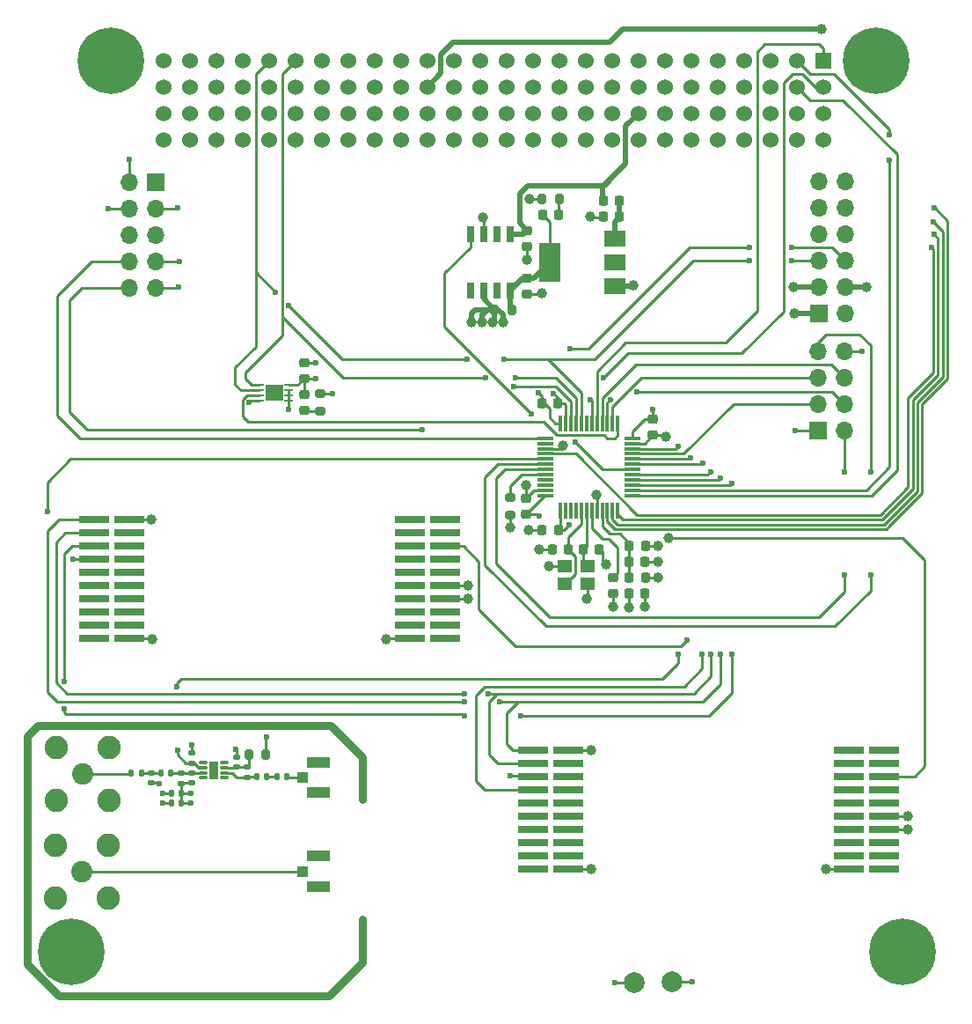
<source format=gtl>
G04 #@! TF.GenerationSoftware,KiCad,Pcbnew,(6.0.7-1)-1*
G04 #@! TF.CreationDate,2023-01-03T11:55:48-05:00*
G04 #@! TF.ProjectId,comm-rfb,636f6d6d-2d72-4666-922e-6b696361645f,rev?*
G04 #@! TF.SameCoordinates,Original*
G04 #@! TF.FileFunction,Copper,L1,Top*
G04 #@! TF.FilePolarity,Positive*
%FSLAX46Y46*%
G04 Gerber Fmt 4.6, Leading zero omitted, Abs format (unit mm)*
G04 Created by KiCad (PCBNEW (6.0.7-1)-1) date 2023-01-03 11:55:48*
%MOMM*%
%LPD*%
G01*
G04 APERTURE LIST*
G04 Aperture macros list*
%AMRoundRect*
0 Rectangle with rounded corners*
0 $1 Rounding radius*
0 $2 $3 $4 $5 $6 $7 $8 $9 X,Y pos of 4 corners*
0 Add a 4 corners polygon primitive as box body*
4,1,4,$2,$3,$4,$5,$6,$7,$8,$9,$2,$3,0*
0 Add four circle primitives for the rounded corners*
1,1,$1+$1,$2,$3*
1,1,$1+$1,$4,$5*
1,1,$1+$1,$6,$7*
1,1,$1+$1,$8,$9*
0 Add four rect primitives between the rounded corners*
20,1,$1+$1,$2,$3,$4,$5,0*
20,1,$1+$1,$4,$5,$6,$7,0*
20,1,$1+$1,$6,$7,$8,$9,0*
20,1,$1+$1,$8,$9,$2,$3,0*%
G04 Aperture macros list end*
G04 #@! TA.AperFunction,SMDPad,CuDef*
%ADD10RoundRect,0.140000X0.170000X-0.140000X0.170000X0.140000X-0.170000X0.140000X-0.170000X-0.140000X0*%
G04 #@! TD*
G04 #@! TA.AperFunction,ConnectorPad*
%ADD11C,6.400000*%
G04 #@! TD*
G04 #@! TA.AperFunction,ComponentPad*
%ADD12C,3.600000*%
G04 #@! TD*
G04 #@! TA.AperFunction,SMDPad,CuDef*
%ADD13RoundRect,0.140000X-0.170000X0.140000X-0.170000X-0.140000X0.170000X-0.140000X0.170000X0.140000X0*%
G04 #@! TD*
G04 #@! TA.AperFunction,SMDPad,CuDef*
%ADD14RoundRect,0.225000X0.250000X-0.225000X0.250000X0.225000X-0.250000X0.225000X-0.250000X-0.225000X0*%
G04 #@! TD*
G04 #@! TA.AperFunction,SMDPad,CuDef*
%ADD15RoundRect,0.225000X-0.250000X0.225000X-0.250000X-0.225000X0.250000X-0.225000X0.250000X0.225000X0*%
G04 #@! TD*
G04 #@! TA.AperFunction,SMDPad,CuDef*
%ADD16R,2.920000X0.740000*%
G04 #@! TD*
G04 #@! TA.AperFunction,SMDPad,CuDef*
%ADD17RoundRect,0.225000X-0.225000X-0.250000X0.225000X-0.250000X0.225000X0.250000X-0.225000X0.250000X0*%
G04 #@! TD*
G04 #@! TA.AperFunction,SMDPad,CuDef*
%ADD18RoundRect,0.147500X0.172500X-0.147500X0.172500X0.147500X-0.172500X0.147500X-0.172500X-0.147500X0*%
G04 #@! TD*
G04 #@! TA.AperFunction,SMDPad,CuDef*
%ADD19RoundRect,0.225000X0.225000X0.250000X-0.225000X0.250000X-0.225000X-0.250000X0.225000X-0.250000X0*%
G04 #@! TD*
G04 #@! TA.AperFunction,SMDPad,CuDef*
%ADD20RoundRect,0.135000X0.185000X-0.135000X0.185000X0.135000X-0.185000X0.135000X-0.185000X-0.135000X0*%
G04 #@! TD*
G04 #@! TA.AperFunction,SMDPad,CuDef*
%ADD21RoundRect,0.140000X0.140000X0.170000X-0.140000X0.170000X-0.140000X-0.170000X0.140000X-0.170000X0*%
G04 #@! TD*
G04 #@! TA.AperFunction,ComponentPad*
%ADD22C,2.050000*%
G04 #@! TD*
G04 #@! TA.AperFunction,ComponentPad*
%ADD23C,2.250000*%
G04 #@! TD*
G04 #@! TA.AperFunction,SMDPad,CuDef*
%ADD24C,2.000000*%
G04 #@! TD*
G04 #@! TA.AperFunction,SMDPad,CuDef*
%ADD25RoundRect,0.218750X0.218750X0.256250X-0.218750X0.256250X-0.218750X-0.256250X0.218750X-0.256250X0*%
G04 #@! TD*
G04 #@! TA.AperFunction,SMDPad,CuDef*
%ADD26R,0.812800X0.254000*%
G04 #@! TD*
G04 #@! TA.AperFunction,SMDPad,CuDef*
%ADD27R,1.752600X1.549400*%
G04 #@! TD*
G04 #@! TA.AperFunction,SMDPad,CuDef*
%ADD28RoundRect,0.200000X0.200000X0.275000X-0.200000X0.275000X-0.200000X-0.275000X0.200000X-0.275000X0*%
G04 #@! TD*
G04 #@! TA.AperFunction,SMDPad,CuDef*
%ADD29R,0.650000X1.525000*%
G04 #@! TD*
G04 #@! TA.AperFunction,SMDPad,CuDef*
%ADD30R,1.400000X1.200000*%
G04 #@! TD*
G04 #@! TA.AperFunction,SMDPad,CuDef*
%ADD31R,1.050000X1.000000*%
G04 #@! TD*
G04 #@! TA.AperFunction,SMDPad,CuDef*
%ADD32R,2.200000X1.050000*%
G04 #@! TD*
G04 #@! TA.AperFunction,SMDPad,CuDef*
%ADD33RoundRect,0.218750X-0.218750X-0.256250X0.218750X-0.256250X0.218750X0.256250X-0.218750X0.256250X0*%
G04 #@! TD*
G04 #@! TA.AperFunction,SMDPad,CuDef*
%ADD34RoundRect,0.200000X-0.275000X0.200000X-0.275000X-0.200000X0.275000X-0.200000X0.275000X0.200000X0*%
G04 #@! TD*
G04 #@! TA.AperFunction,SMDPad,CuDef*
%ADD35RoundRect,0.135000X0.135000X0.185000X-0.135000X0.185000X-0.135000X-0.185000X0.135000X-0.185000X0*%
G04 #@! TD*
G04 #@! TA.AperFunction,ComponentPad*
%ADD36R,1.524000X1.524000*%
G04 #@! TD*
G04 #@! TA.AperFunction,ComponentPad*
%ADD37C,1.524000*%
G04 #@! TD*
G04 #@! TA.AperFunction,ComponentPad*
%ADD38R,1.700000X1.700000*%
G04 #@! TD*
G04 #@! TA.AperFunction,ComponentPad*
%ADD39O,1.700000X1.700000*%
G04 #@! TD*
G04 #@! TA.AperFunction,SMDPad,CuDef*
%ADD40RoundRect,0.147500X0.147500X0.172500X-0.147500X0.172500X-0.147500X-0.172500X0.147500X-0.172500X0*%
G04 #@! TD*
G04 #@! TA.AperFunction,SMDPad,CuDef*
%ADD41RoundRect,0.033000X0.117000X-0.747000X0.117000X0.747000X-0.117000X0.747000X-0.117000X-0.747000X0*%
G04 #@! TD*
G04 #@! TA.AperFunction,SMDPad,CuDef*
%ADD42RoundRect,0.033000X0.747000X0.117000X-0.747000X0.117000X-0.747000X-0.117000X0.747000X-0.117000X0*%
G04 #@! TD*
G04 #@! TA.AperFunction,SMDPad,CuDef*
%ADD43RoundRect,0.033000X-0.117000X0.747000X-0.117000X-0.747000X0.117000X-0.747000X0.117000X0.747000X0*%
G04 #@! TD*
G04 #@! TA.AperFunction,SMDPad,CuDef*
%ADD44RoundRect,0.033000X-0.747000X-0.117000X0.747000X-0.117000X0.747000X0.117000X-0.747000X0.117000X0*%
G04 #@! TD*
G04 #@! TA.AperFunction,SMDPad,CuDef*
%ADD45RoundRect,0.200000X0.275000X-0.200000X0.275000X0.200000X-0.275000X0.200000X-0.275000X-0.200000X0*%
G04 #@! TD*
G04 #@! TA.AperFunction,SMDPad,CuDef*
%ADD46R,2.000000X1.500000*%
G04 #@! TD*
G04 #@! TA.AperFunction,SMDPad,CuDef*
%ADD47R,2.000000X3.800000*%
G04 #@! TD*
G04 #@! TA.AperFunction,SMDPad,CuDef*
%ADD48RoundRect,0.007800X0.347200X0.122200X-0.347200X0.122200X-0.347200X-0.122200X0.347200X-0.122200X0*%
G04 #@! TD*
G04 #@! TA.AperFunction,SMDPad,CuDef*
%ADD49RoundRect,0.007800X-0.347200X-0.122200X0.347200X-0.122200X0.347200X0.122200X-0.347200X0.122200X0*%
G04 #@! TD*
G04 #@! TA.AperFunction,SMDPad,CuDef*
%ADD50R,0.900000X1.700000*%
G04 #@! TD*
G04 #@! TA.AperFunction,SMDPad,CuDef*
%ADD51RoundRect,0.200000X-0.200000X-0.275000X0.200000X-0.275000X0.200000X0.275000X-0.200000X0.275000X0*%
G04 #@! TD*
G04 #@! TA.AperFunction,SMDPad,CuDef*
%ADD52RoundRect,0.218750X-0.256250X0.218750X-0.256250X-0.218750X0.256250X-0.218750X0.256250X0.218750X0*%
G04 #@! TD*
G04 #@! TA.AperFunction,ViaPad*
%ADD53C,0.600000*%
G04 #@! TD*
G04 #@! TA.AperFunction,ViaPad*
%ADD54C,1.000000*%
G04 #@! TD*
G04 #@! TA.AperFunction,Conductor*
%ADD55C,0.254000*%
G04 #@! TD*
G04 #@! TA.AperFunction,Conductor*
%ADD56C,0.250000*%
G04 #@! TD*
G04 #@! TA.AperFunction,Conductor*
%ADD57C,0.293370*%
G04 #@! TD*
G04 #@! TA.AperFunction,Conductor*
%ADD58C,0.762000*%
G04 #@! TD*
G04 #@! TA.AperFunction,Conductor*
%ADD59C,0.508000*%
G04 #@! TD*
G04 APERTURE END LIST*
D10*
X125907800Y-119631400D03*
X125907800Y-118671400D03*
D11*
X191770000Y-52070000D03*
D12*
X191770000Y-52070000D03*
D13*
X122021600Y-120576400D03*
X122021600Y-121536400D03*
D14*
X136728200Y-82639200D03*
X136728200Y-81089200D03*
D10*
X130225800Y-119987000D03*
X130225800Y-119027000D03*
D15*
X158190800Y-72961200D03*
X158190800Y-74511200D03*
D16*
X162204400Y-129794000D03*
X158774400Y-129794000D03*
X162204400Y-128524000D03*
X158774400Y-128524000D03*
X162204400Y-127254000D03*
X158774400Y-127254000D03*
X162204400Y-125984000D03*
X158774400Y-125984000D03*
X162204400Y-124714000D03*
X158774400Y-124714000D03*
X162204400Y-123444000D03*
X158774400Y-123444000D03*
X162204400Y-122174000D03*
X158774400Y-122174000D03*
X162204400Y-120904000D03*
X158774400Y-120904000D03*
X162204400Y-119634000D03*
X158774400Y-119634000D03*
X162204400Y-118364000D03*
X158774400Y-118364000D03*
D17*
X163613800Y-99110800D03*
X165163800Y-99110800D03*
D12*
X118110000Y-52070000D03*
D11*
X118110000Y-52070000D03*
D18*
X125907800Y-121541400D03*
X125907800Y-120571400D03*
D19*
X161201400Y-97231200D03*
X159651400Y-97231200D03*
X162166600Y-99110800D03*
X160616600Y-99110800D03*
D11*
X114300000Y-137795000D03*
D12*
X114300000Y-137795000D03*
D19*
X167094200Y-67056000D03*
X165544200Y-67056000D03*
D20*
X124891800Y-121566400D03*
X124891800Y-120546400D03*
D14*
X158089600Y-95720200D03*
X158089600Y-94170200D03*
D17*
X168046400Y-98755200D03*
X169596400Y-98755200D03*
D21*
X123924000Y-120599200D03*
X122964000Y-120599200D03*
D22*
X115366800Y-130048000D03*
D23*
X117906800Y-127508000D03*
X117906800Y-132588000D03*
X112826800Y-127508000D03*
X112826800Y-132588000D03*
D24*
X172161200Y-140665200D03*
D25*
X161264300Y-66878200D03*
X159689300Y-66878200D03*
D17*
X159600600Y-85039200D03*
X161150600Y-85039200D03*
X168020900Y-100279200D03*
X169570900Y-100279200D03*
D24*
X168554400Y-140716000D03*
D26*
X132461000Y-83273199D03*
X132461000Y-83773200D03*
X132461000Y-84273200D03*
X132461000Y-84773201D03*
X135255000Y-84773201D03*
X135255000Y-84273200D03*
X135255000Y-83773200D03*
X135255000Y-83273199D03*
D27*
X133858000Y-84023200D03*
D28*
X133084800Y-118770400D03*
X131434800Y-118770400D03*
D29*
X156539800Y-68738200D03*
X155269800Y-68738200D03*
X153999800Y-68738200D03*
X152729800Y-68738200D03*
X152729800Y-74162200D03*
X153999800Y-74162200D03*
X155269800Y-74162200D03*
X156539800Y-74162200D03*
D19*
X169570900Y-103327200D03*
X168020900Y-103327200D03*
D28*
X156729800Y-76022200D03*
X155079800Y-76022200D03*
D30*
X164015600Y-100699200D03*
X161815600Y-100699200D03*
X161815600Y-102399200D03*
X164015600Y-102399200D03*
D21*
X124914600Y-122504200D03*
X123954600Y-122504200D03*
D31*
X136594600Y-121005600D03*
D32*
X138119600Y-119530600D03*
X138119600Y-122480600D03*
D33*
X168008400Y-101803200D03*
X169583400Y-101803200D03*
D34*
X156565600Y-94120200D03*
X156565600Y-95770200D03*
D22*
X115417600Y-120650000D03*
D23*
X117957600Y-118110000D03*
X112877600Y-118110000D03*
X117957600Y-123190000D03*
X112877600Y-123190000D03*
D35*
X121083800Y-120624600D03*
X120063800Y-120624600D03*
D25*
X167106300Y-65532000D03*
X165531300Y-65532000D03*
D36*
X186690000Y-52070000D03*
D37*
X186690000Y-54610000D03*
X184150000Y-52070000D03*
X184150000Y-54610000D03*
X181610000Y-52070000D03*
X181610000Y-54610000D03*
X179070000Y-52070000D03*
X179070000Y-54610000D03*
X176530000Y-52070000D03*
X176530000Y-54610000D03*
X173990000Y-52070000D03*
X173990000Y-54610000D03*
X171450000Y-52070000D03*
X171450000Y-54610000D03*
X168910000Y-52070000D03*
X168910000Y-54610000D03*
X166370000Y-52070000D03*
X166370000Y-54610000D03*
X163830000Y-52070000D03*
X163830000Y-54610000D03*
X161290000Y-52070000D03*
X161290000Y-54610000D03*
X158750000Y-52070000D03*
X158750000Y-54610000D03*
X156210000Y-52070000D03*
X156210000Y-54610000D03*
X153670000Y-52070000D03*
X153670000Y-54610000D03*
X151130000Y-52070000D03*
X151130000Y-54610000D03*
X148590000Y-52070000D03*
X148590000Y-54610000D03*
X146050000Y-52070000D03*
X146050000Y-54610000D03*
X143510000Y-52070000D03*
X143510000Y-54610000D03*
X140970000Y-52070000D03*
X140970000Y-54610000D03*
X138430000Y-52070000D03*
X138430000Y-54610000D03*
X135890000Y-52070000D03*
X135890000Y-54610000D03*
X133350000Y-52070000D03*
X133350000Y-54610000D03*
X130810000Y-52070000D03*
X130810000Y-54610000D03*
X128270000Y-52070000D03*
X128270000Y-54610000D03*
X125730000Y-52070000D03*
X125730000Y-54610000D03*
X123190000Y-52070000D03*
X123190000Y-54610000D03*
X186690000Y-57150000D03*
X186690000Y-59690000D03*
X184150000Y-57150000D03*
X184150000Y-59690000D03*
X181610000Y-57150000D03*
X181610000Y-59690000D03*
X179070000Y-57150000D03*
X179070000Y-59690000D03*
X176530000Y-57150000D03*
X176530000Y-59690000D03*
X173990000Y-57150000D03*
X173990000Y-59690000D03*
X171450000Y-57150000D03*
X171450000Y-59690000D03*
X168910000Y-57150000D03*
X168910000Y-59690000D03*
X166370000Y-57150000D03*
X166370000Y-59690000D03*
X163830000Y-57150000D03*
X163830000Y-59690000D03*
X161290000Y-57150000D03*
X161290000Y-59690000D03*
X158750000Y-57150000D03*
X158750000Y-59690000D03*
X156210000Y-57150000D03*
X156210000Y-59690000D03*
X153670000Y-57150000D03*
X153670000Y-59690000D03*
X151130000Y-57150000D03*
X151130000Y-59690000D03*
X148590000Y-57150000D03*
X148590000Y-59690000D03*
X146050000Y-57150000D03*
X146050000Y-59690000D03*
X143510000Y-57150000D03*
X143510000Y-59690000D03*
X140970000Y-57150000D03*
X140970000Y-59690000D03*
X138430000Y-57150000D03*
X138430000Y-59690000D03*
X135890000Y-57150000D03*
X135890000Y-59690000D03*
X133350000Y-57150000D03*
X133350000Y-59690000D03*
X130810000Y-57150000D03*
X130810000Y-59690000D03*
X128270000Y-57150000D03*
X128270000Y-59690000D03*
X125730000Y-57150000D03*
X125730000Y-59690000D03*
X123190000Y-57150000D03*
X123190000Y-59690000D03*
D15*
X166522400Y-101790200D03*
X166522400Y-103340200D03*
D21*
X133146600Y-120954800D03*
X132186600Y-120954800D03*
D16*
X119926600Y-107670600D03*
X116496600Y-107670600D03*
X119926600Y-106400600D03*
X116496600Y-106400600D03*
X119926600Y-105130600D03*
X116496600Y-105130600D03*
X119926600Y-103860600D03*
X116496600Y-103860600D03*
X119926600Y-102590600D03*
X116496600Y-102590600D03*
X119926600Y-101320600D03*
X116496600Y-101320600D03*
X119926600Y-100050600D03*
X116496600Y-100050600D03*
X119926600Y-98780600D03*
X116496600Y-98780600D03*
X119926600Y-97510600D03*
X116496600Y-97510600D03*
X119926600Y-96240600D03*
X116496600Y-96240600D03*
D38*
X186232800Y-87620000D03*
D39*
X188772800Y-87620000D03*
X186232800Y-85080000D03*
X188772800Y-85080000D03*
X186232800Y-82540000D03*
X188772800Y-82540000D03*
X186232800Y-80000000D03*
X188772800Y-80000000D03*
D31*
X136589600Y-130048000D03*
D32*
X138114600Y-128573000D03*
X138114600Y-131523000D03*
D16*
X150330400Y-107670600D03*
X146900400Y-107670600D03*
X150330400Y-106400600D03*
X146900400Y-106400600D03*
X150330400Y-105130600D03*
X146900400Y-105130600D03*
X150330400Y-103860600D03*
X146900400Y-103860600D03*
X150330400Y-102590600D03*
X146900400Y-102590600D03*
X150330400Y-101320600D03*
X146900400Y-101320600D03*
X150330400Y-100050600D03*
X146900400Y-100050600D03*
X150330400Y-98780600D03*
X146900400Y-98780600D03*
X150330400Y-97510600D03*
X146900400Y-97510600D03*
X150330400Y-96240600D03*
X146900400Y-96240600D03*
D40*
X135082000Y-120954800D03*
X134112000Y-120954800D03*
D41*
X161435600Y-95315200D03*
X161935600Y-95315200D03*
X162435600Y-95315200D03*
X162935600Y-95315200D03*
X163435600Y-95315200D03*
X163935600Y-95315200D03*
X164435600Y-95315200D03*
X164935600Y-95315200D03*
X165435600Y-95315200D03*
X165935600Y-95315200D03*
X166435600Y-95315200D03*
X166935600Y-95315200D03*
D42*
X168365600Y-93885200D03*
X168365600Y-93385200D03*
X168365600Y-92885200D03*
X168365600Y-92385200D03*
X168365600Y-91885200D03*
X168365600Y-91385200D03*
X168365600Y-90885200D03*
X168365600Y-90385200D03*
X168365600Y-89885200D03*
X168365600Y-89385200D03*
X168365600Y-88885200D03*
X168365600Y-88385200D03*
D43*
X166935600Y-86955200D03*
X166435600Y-86955200D03*
X165935600Y-86955200D03*
X165435600Y-86955200D03*
X164935600Y-86955200D03*
X164435600Y-86955200D03*
X163935600Y-86955200D03*
X163435600Y-86955200D03*
X162935600Y-86955200D03*
X162435600Y-86955200D03*
X161935600Y-86955200D03*
X161435600Y-86955200D03*
D44*
X160005600Y-88385200D03*
X160005600Y-88885200D03*
X160005600Y-89385200D03*
X160005600Y-89885200D03*
X160005600Y-90385200D03*
X160005600Y-90885200D03*
X160005600Y-91385200D03*
X160005600Y-91885200D03*
X160005600Y-92385200D03*
X160005600Y-92885200D03*
X160005600Y-93385200D03*
X160005600Y-93885200D03*
D12*
X194310000Y-137795000D03*
D11*
X194310000Y-137795000D03*
D15*
X158190800Y-68389200D03*
X158190800Y-69939200D03*
D45*
X138277600Y-85762600D03*
X138277600Y-84112600D03*
D38*
X122465000Y-63734000D03*
D39*
X119925000Y-63734000D03*
X122465000Y-66274000D03*
X119925000Y-66274000D03*
X122465000Y-68814000D03*
X119925000Y-68814000D03*
X122465000Y-71354000D03*
X119925000Y-71354000D03*
X122465000Y-73894000D03*
X119925000Y-73894000D03*
D46*
X166674800Y-73750200D03*
D47*
X160374800Y-71450200D03*
D46*
X166674800Y-71450200D03*
X166674800Y-69150200D03*
D38*
X186272000Y-76378200D03*
D39*
X188812000Y-76378200D03*
X186272000Y-73838200D03*
X188812000Y-73838200D03*
X186272000Y-71298200D03*
X188812000Y-71298200D03*
X186272000Y-68758200D03*
X188812000Y-68758200D03*
X186272000Y-66218200D03*
X188812000Y-66218200D03*
X186272000Y-63678200D03*
X188812000Y-63678200D03*
D16*
X192605000Y-129794000D03*
X189175000Y-129794000D03*
X192605000Y-128524000D03*
X189175000Y-128524000D03*
X192605000Y-127254000D03*
X189175000Y-127254000D03*
X192605000Y-125984000D03*
X189175000Y-125984000D03*
X192605000Y-124714000D03*
X189175000Y-124714000D03*
X192605000Y-123444000D03*
X189175000Y-123444000D03*
X192605000Y-122174000D03*
X189175000Y-122174000D03*
X192605000Y-120904000D03*
X189175000Y-120904000D03*
X192605000Y-119634000D03*
X189175000Y-119634000D03*
X192605000Y-118364000D03*
X189175000Y-118364000D03*
D21*
X124914600Y-123494800D03*
X123954600Y-123494800D03*
D48*
X129071800Y-121044400D03*
X129071800Y-120544400D03*
X129071800Y-120044400D03*
X129071800Y-119544400D03*
D49*
X127061800Y-119544400D03*
X127061800Y-120044400D03*
X127061800Y-120544400D03*
X127061800Y-121044400D03*
D50*
X128066800Y-120294400D03*
D51*
X159651800Y-65354200D03*
X161301800Y-65354200D03*
D52*
X136728200Y-84150100D03*
X136728200Y-85725100D03*
D18*
X131241800Y-120982600D03*
X131241800Y-120012600D03*
D15*
X170281600Y-86550200D03*
X170281600Y-88100200D03*
D53*
X162255200Y-96723200D03*
X159385000Y-95859600D03*
X159308800Y-84028897D03*
X139496800Y-84124800D03*
X142392400Y-123164600D03*
X142341600Y-138582400D03*
X124663200Y-73863200D03*
D54*
X164388800Y-118364000D03*
D53*
X113309400Y-141986000D03*
X139293600Y-115976400D03*
D54*
X153974800Y-67157600D03*
X163982400Y-103784400D03*
D53*
X124612400Y-66243200D03*
D54*
X164287200Y-67106800D03*
D53*
X110083600Y-138785600D03*
D54*
X183845200Y-73863200D03*
D53*
X133858000Y-84023200D03*
D54*
X159664400Y-74472800D03*
D53*
X135280400Y-85648800D03*
D54*
X159359600Y-99110800D03*
D53*
X110083600Y-129514600D03*
X129489200Y-141986000D03*
X140779500Y-117462300D03*
X138963400Y-141986000D03*
X125909800Y-117906800D03*
D54*
X166522400Y-104597200D03*
D53*
X140843000Y-140284200D03*
X110083600Y-124460000D03*
D54*
X158394400Y-97231200D03*
X156565600Y-96926400D03*
D53*
X184048400Y-87630000D03*
X132130800Y-115976400D03*
X119329200Y-141986000D03*
X119938800Y-61569600D03*
X121920000Y-115976400D03*
D54*
X171551600Y-88239600D03*
D53*
X123139200Y-122529600D03*
D54*
X170840400Y-98755200D03*
D53*
X137871200Y-81127600D03*
X134569200Y-141986000D03*
X123139200Y-123494800D03*
D54*
X122123200Y-107696000D03*
X158191200Y-71221600D03*
X122072400Y-96215200D03*
X158445200Y-65379600D03*
D53*
X142392400Y-121081800D03*
X174142400Y-140665200D03*
X131470400Y-84937600D03*
X110083600Y-134645400D03*
X142367000Y-119049800D03*
X160748246Y-84062651D03*
D54*
X168452800Y-73710800D03*
X160274000Y-100685600D03*
D53*
X122834400Y-121564400D03*
D54*
X164896800Y-93827600D03*
X168046400Y-104648000D03*
X165773400Y-100479800D03*
D53*
X116814600Y-115976400D03*
X142341600Y-136499600D03*
X111302800Y-115976400D03*
D54*
X144678400Y-107696000D03*
D53*
X142341600Y-134645400D03*
D54*
X190855600Y-73863200D03*
X158089600Y-92913200D03*
X170840400Y-100279200D03*
D53*
X130126200Y-118262400D03*
D54*
X164388800Y-129794000D03*
D53*
X127025400Y-115976400D03*
X110083600Y-117246400D03*
D54*
X186944000Y-129794000D03*
D53*
X137160000Y-115976400D03*
X124460000Y-141986000D03*
X110083600Y-119329200D03*
X183642000Y-71272400D03*
X133993500Y-74345800D03*
X156006800Y-80772000D03*
X135246500Y-75590400D03*
X152450800Y-80772000D03*
X179578000Y-71272400D03*
X172720000Y-89204800D03*
X124510800Y-112301900D03*
X172720000Y-109169200D03*
X124538200Y-118364000D03*
D54*
X153873200Y-77266800D03*
X170789600Y-101803200D03*
X152501600Y-102565200D03*
X183896000Y-76352400D03*
X194868800Y-124714000D03*
X194868800Y-126034800D03*
D53*
X124714000Y-71374000D03*
X133096000Y-117144800D03*
D54*
X154889200Y-77266800D03*
X169570400Y-104597200D03*
D53*
X117906800Y-66294000D03*
X166624000Y-140716000D03*
D54*
X155905200Y-77266800D03*
D53*
X137871200Y-82651600D03*
X170281600Y-85648800D03*
X125831600Y-123494800D03*
D54*
X152857200Y-77266800D03*
D53*
X125831600Y-122529600D03*
X190449200Y-80010000D03*
D54*
X152501600Y-103835200D03*
D53*
X164309100Y-84683600D03*
X165562100Y-82600800D03*
X193090800Y-61671200D03*
X193090800Y-59232800D03*
D54*
X186589111Y-49072800D03*
D53*
X175056800Y-109169200D03*
X175157647Y-90757947D03*
X156616400Y-120853200D03*
X177901600Y-109169200D03*
X113690400Y-114367700D03*
X152146000Y-115062000D03*
X113690400Y-111760000D03*
X177901600Y-92758700D03*
X157581600Y-115062000D03*
X175869600Y-109169200D03*
X154432000Y-112928400D03*
X175869600Y-91592400D03*
X152146000Y-112928400D03*
X152146000Y-113741200D03*
X155549600Y-113741200D03*
X176834800Y-92260700D03*
X176834800Y-109169200D03*
D54*
X171805600Y-97952900D03*
X161696400Y-89058700D03*
D53*
X114503200Y-100025200D03*
X112064800Y-95453200D03*
X173929932Y-90258700D03*
X173634400Y-107797600D03*
X158648400Y-86055200D03*
X162814000Y-88747600D03*
X179578000Y-70053200D03*
X157073600Y-82550000D03*
X154228800Y-82550000D03*
X183642000Y-70053200D03*
X162306000Y-79806800D03*
X188772800Y-91643200D03*
X188772800Y-101498400D03*
X166218236Y-84660559D03*
X168743403Y-83907403D03*
X191262000Y-101498400D03*
X191262000Y-91643200D03*
X197307200Y-67564000D03*
X197408800Y-66192400D03*
X197144300Y-70002400D03*
X197358000Y-68783200D03*
X156881603Y-83402397D03*
X148082000Y-87579200D03*
D55*
X133993500Y-74345800D02*
X133985000Y-74345800D01*
X133985000Y-74345800D02*
X132080000Y-72440800D01*
D56*
X163435600Y-95315200D02*
X163435600Y-96635000D01*
X163435600Y-96635000D02*
X162166600Y-97904000D01*
X162166600Y-97904000D02*
X162166600Y-99110800D01*
D55*
X161747200Y-97231200D02*
X162255200Y-96723200D01*
X161201400Y-97231200D02*
X161747200Y-97231200D01*
X159245600Y-95720200D02*
X159385000Y-95859600D01*
X158089600Y-95720200D02*
X159245600Y-95720200D01*
X159600600Y-84320697D02*
X159308800Y-84028897D01*
X159600600Y-85039200D02*
X159600600Y-84320697D01*
D57*
X134112000Y-120954800D02*
X133146600Y-120954800D01*
X135132800Y-121005600D02*
X135082000Y-120954800D01*
X136594600Y-121005600D02*
X135132800Y-121005600D01*
X130223123Y-120982600D02*
X131241800Y-120982600D01*
X132186600Y-120954800D02*
X131269600Y-120954800D01*
X129071800Y-120544400D02*
X129784923Y-120544400D01*
X131269600Y-120954800D02*
X131241800Y-120982600D01*
X129784923Y-120544400D02*
X130223123Y-120982600D01*
X131434800Y-119819600D02*
X131241800Y-120012600D01*
X130225800Y-119987000D02*
X130168400Y-120044400D01*
X130168400Y-120044400D02*
X129071800Y-120044400D01*
X131241800Y-120012600D02*
X130251400Y-120012600D01*
X130251400Y-120012600D02*
X130225800Y-119987000D01*
X131434800Y-118770400D02*
X131434800Y-119819600D01*
D58*
X116814600Y-115976400D02*
X121920000Y-115976400D01*
X113143858Y-141986000D02*
X110083600Y-138925742D01*
D57*
X122021600Y-121536400D02*
X122806400Y-121536400D01*
D58*
X121920000Y-115976400D02*
X127025400Y-115976400D01*
D55*
X144703800Y-107670600D02*
X144678400Y-107696000D01*
X172161200Y-140665200D02*
X174142400Y-140665200D01*
D58*
X129489200Y-141986000D02*
X124460000Y-141986000D01*
D55*
X119925000Y-61583400D02*
X119938800Y-61569600D01*
D58*
X142341600Y-138785600D02*
X140843000Y-140284200D01*
D55*
X158089600Y-94170200D02*
X158089600Y-92913200D01*
X122047000Y-96240600D02*
X122072400Y-96215200D01*
X164935600Y-93866400D02*
X164896800Y-93827600D01*
D58*
X110083600Y-138785600D02*
X110083600Y-134645400D01*
D59*
X188812000Y-73838200D02*
X190830600Y-73838200D01*
D58*
X134569200Y-141986000D02*
X129489200Y-141986000D01*
D55*
X166522400Y-103340200D02*
X166522400Y-104597200D01*
X164015600Y-102399200D02*
X164015600Y-103751200D01*
X168020900Y-103327200D02*
X168020900Y-104622500D01*
D58*
X142341600Y-134645400D02*
X142341600Y-136499600D01*
D55*
X131634799Y-84773201D02*
X131470400Y-84937600D01*
D59*
X190830600Y-73838200D02*
X190855600Y-73863200D01*
D58*
X140779500Y-117462300D02*
X142367000Y-119049800D01*
D59*
X186272000Y-73838200D02*
X183870200Y-73838200D01*
D55*
X169596400Y-98755200D02*
X170840400Y-98755200D01*
X122465000Y-73894000D02*
X124632400Y-73894000D01*
D58*
X139141200Y-141986000D02*
X138963400Y-141986000D01*
X138963400Y-141986000D02*
X134569200Y-141986000D01*
D55*
X171412200Y-88100200D02*
X171551600Y-88239600D01*
X130225800Y-119027000D02*
X130225800Y-118362000D01*
X165430800Y-99209800D02*
X165430800Y-100137200D01*
D58*
X113309400Y-141986000D02*
X113143858Y-141986000D01*
D55*
X170281600Y-88100200D02*
X171412200Y-88100200D01*
X137858200Y-81114600D02*
X137871200Y-81127600D01*
X159651400Y-97231200D02*
X158394400Y-97231200D01*
X158190800Y-74511200D02*
X159626000Y-74511200D01*
X164015600Y-103751200D02*
X163982400Y-103784400D01*
D58*
X139293600Y-115976400D02*
X140779500Y-117462300D01*
D55*
X158874600Y-93385200D02*
X158089600Y-94170200D01*
X161150600Y-85039200D02*
X161747200Y-85039200D01*
X158470600Y-65354200D02*
X158445200Y-65379600D01*
X135255000Y-85623400D02*
X135280400Y-85648800D01*
X119925000Y-63734000D02*
X119925000Y-61583400D01*
X161150600Y-84465005D02*
X160748246Y-84062651D01*
X168365600Y-88885200D02*
X169496600Y-88885200D01*
X160287600Y-100699200D02*
X160274000Y-100685600D01*
X146900400Y-107670600D02*
X144703800Y-107670600D01*
X165543800Y-67132200D02*
X164312600Y-67132200D01*
X162204400Y-129794000D02*
X164388800Y-129794000D01*
D58*
X142392400Y-119075200D02*
X142392400Y-121081800D01*
D55*
X161815600Y-100699200D02*
X160287600Y-100699200D01*
X125907800Y-118671400D02*
X125907800Y-117908800D01*
X135255000Y-84273200D02*
X135255000Y-84773201D01*
X139484600Y-84112600D02*
X139496800Y-84124800D01*
X130225800Y-118362000D02*
X130126200Y-118262400D01*
D57*
X123954600Y-122504200D02*
X123164600Y-122504200D01*
D58*
X111150400Y-115976400D02*
X111302800Y-115976400D01*
D55*
X135255000Y-83773200D02*
X135255000Y-84273200D01*
D58*
X137160000Y-115976400D02*
X139293600Y-115976400D01*
D55*
X160005600Y-93385200D02*
X158874600Y-93385200D01*
X119926600Y-96240600D02*
X122047000Y-96240600D01*
X124581600Y-66274000D02*
X124612400Y-66243200D01*
D58*
X132130800Y-115976400D02*
X137160000Y-115976400D01*
X119329200Y-141986000D02*
X113309400Y-141986000D01*
D55*
X125907800Y-117908800D02*
X125909800Y-117906800D01*
X162204400Y-118364000D02*
X164388800Y-118364000D01*
X159626000Y-74511200D02*
X159664400Y-74472800D01*
X161747200Y-85039200D02*
X161935600Y-85227600D01*
X169570900Y-100279200D02*
X170840400Y-100279200D01*
X135255000Y-84773201D02*
X135255000Y-85623400D01*
X184058400Y-87620000D02*
X184048400Y-87630000D01*
D58*
X142341600Y-136499600D02*
X142341600Y-138582400D01*
X110083600Y-129514600D02*
X110083600Y-124460000D01*
X142392400Y-121081800D02*
X142392400Y-123164600D01*
D55*
X153999800Y-68738200D02*
X153999800Y-67182600D01*
D58*
X142341600Y-138582400D02*
X142341600Y-138760200D01*
D55*
X138252200Y-84112600D02*
X139484600Y-84112600D01*
D57*
X122806400Y-121536400D02*
X122834400Y-121564400D01*
D55*
X132461000Y-84773201D02*
X131634799Y-84773201D01*
X122097800Y-107670600D02*
X122123200Y-107696000D01*
X159651800Y-65354200D02*
X158470600Y-65354200D01*
D58*
X110083600Y-124460000D02*
X110083600Y-119329200D01*
D55*
X164935600Y-95315200D02*
X164935600Y-93866400D01*
X158190800Y-69939200D02*
X158190800Y-71221200D01*
X119926600Y-107670600D02*
X122097800Y-107670600D01*
D59*
X168413400Y-73750200D02*
X168452800Y-73710800D01*
D58*
X127025400Y-115976400D02*
X132130800Y-115976400D01*
D55*
X124632400Y-73894000D02*
X124663200Y-73863200D01*
D57*
X123954600Y-123494800D02*
X123139200Y-123494800D01*
D58*
X110083600Y-117246400D02*
X110083600Y-117043200D01*
D55*
X136728200Y-81114600D02*
X137858200Y-81114600D01*
X165430800Y-100137200D02*
X165773400Y-100479800D01*
X153999800Y-67182600D02*
X153974800Y-67157600D01*
D58*
X110083600Y-134645400D02*
X110083600Y-129514600D01*
D55*
X168020900Y-104622500D02*
X168046400Y-104648000D01*
D58*
X111302800Y-115976400D02*
X116814600Y-115976400D01*
D57*
X123164600Y-122504200D02*
X123139200Y-122529600D01*
D55*
X164312600Y-67132200D02*
X164287200Y-67106800D01*
X160616600Y-99110800D02*
X159359600Y-99110800D01*
D58*
X140843000Y-140284200D02*
X139141200Y-141986000D01*
D55*
X169496600Y-88885200D02*
X170281600Y-88100200D01*
D58*
X142367000Y-119049800D02*
X142392400Y-119075200D01*
D55*
X189175000Y-129794000D02*
X186944000Y-129794000D01*
D58*
X110083600Y-117043200D02*
X111150400Y-115976400D01*
X124460000Y-141986000D02*
X119329200Y-141986000D01*
D55*
X158190800Y-71221200D02*
X158191200Y-71221600D01*
X156565600Y-95770200D02*
X156565600Y-96926400D01*
X161150600Y-85039200D02*
X161150600Y-84465005D01*
D59*
X166674800Y-73750200D02*
X168413400Y-73750200D01*
D58*
X110083600Y-119329200D02*
X110083600Y-117246400D01*
D59*
X183870200Y-73838200D02*
X183845200Y-73863200D01*
D55*
X186232800Y-87620000D02*
X184058400Y-87620000D01*
X161935600Y-85227600D02*
X161935600Y-86955200D01*
D58*
X110083600Y-138925742D02*
X110083600Y-138785600D01*
D55*
X122465000Y-66274000D02*
X124581600Y-66274000D01*
X164693600Y-80772000D02*
X174193200Y-71272400D01*
X163435600Y-86955200D02*
X163435600Y-83984400D01*
X132080000Y-79603600D02*
X130098800Y-81584800D01*
X160223200Y-80772000D02*
X160172400Y-80772000D01*
X130661600Y-83773200D02*
X132461000Y-83773200D01*
X163435600Y-83984400D02*
X160223200Y-80772000D01*
X130098800Y-81584800D02*
X130098800Y-83210400D01*
X156006800Y-80772000D02*
X160172400Y-80772000D01*
X133350000Y-52070000D02*
X132080000Y-53340000D01*
X132080000Y-73964800D02*
X132080000Y-79603600D01*
X183667800Y-71298200D02*
X183642000Y-71272400D01*
X186272000Y-71298200D02*
X183667800Y-71298200D01*
X130098800Y-83210400D02*
X130661600Y-83773200D01*
X140411200Y-80772000D02*
X135246500Y-75607300D01*
X160172400Y-80772000D02*
X160578800Y-80772000D01*
X132080000Y-53340000D02*
X132080000Y-72440800D01*
X152450800Y-80772000D02*
X140411200Y-80772000D01*
X160578800Y-80772000D02*
X164693600Y-80772000D01*
X174193200Y-71272400D02*
X179578000Y-71272400D01*
X135246500Y-75607300D02*
X135246500Y-75590400D01*
X132080000Y-72440800D02*
X132080000Y-73964800D01*
X124538200Y-118821200D02*
X125348400Y-119631400D01*
X124538200Y-118364000D02*
X124538200Y-118821200D01*
X172234800Y-89385200D02*
X172539600Y-89385200D01*
X127061800Y-120044400D02*
X126618921Y-120044400D01*
X126618921Y-120044400D02*
X126205921Y-119631400D01*
X124510800Y-112301900D02*
X124510800Y-111963200D01*
X124510800Y-111963200D02*
X124917200Y-111556800D01*
X125348400Y-119631400D02*
X125907800Y-119631400D01*
X172720000Y-110032800D02*
X172720000Y-109169200D01*
X171196000Y-111556800D02*
X172720000Y-110032800D01*
X124917200Y-111556800D02*
X171196000Y-111556800D01*
X168365600Y-89385200D02*
X172234800Y-89385200D01*
X172539600Y-89385200D02*
X172720000Y-89204800D01*
X126205921Y-119631400D02*
X125907800Y-119631400D01*
X160375600Y-85547200D02*
X160375600Y-86410800D01*
X124694000Y-71354000D02*
X124714000Y-71374000D01*
D59*
X153212800Y-76047600D02*
X152857200Y-76403200D01*
X153999800Y-74942200D02*
X153999800Y-74162200D01*
D55*
X159600600Y-85039200D02*
X159867600Y-85039200D01*
D59*
X153873200Y-76504800D02*
X153873200Y-77266800D01*
D55*
X136728200Y-82664600D02*
X137858200Y-82664600D01*
D59*
X155079800Y-76022200D02*
X154355800Y-76022200D01*
D55*
X192605000Y-125984000D02*
X194818000Y-125984000D01*
D59*
X153924000Y-76454000D02*
X153873200Y-76504800D01*
X155905200Y-76504800D02*
X155905200Y-77266800D01*
D55*
X159924600Y-93885200D02*
X158089600Y-95720200D01*
X168365600Y-88385200D02*
X168365600Y-87717200D01*
X152476200Y-103860600D02*
X152501600Y-103835200D01*
X159867600Y-85039200D02*
X160375600Y-85547200D01*
D59*
X155079800Y-76022200D02*
X153238200Y-76022200D01*
D55*
X169532600Y-86550200D02*
X170281600Y-86550200D01*
D59*
X155079800Y-77076200D02*
X154889200Y-77266800D01*
D55*
X160005600Y-93885200D02*
X159924600Y-93885200D01*
D59*
X155079800Y-76022200D02*
X155422600Y-76022200D01*
D55*
X150330400Y-103860600D02*
X152476200Y-103860600D01*
X170281600Y-86550200D02*
X170281600Y-85648800D01*
X117926800Y-66274000D02*
X117906800Y-66294000D01*
D59*
X186272000Y-76378200D02*
X183921800Y-76378200D01*
D57*
X124891800Y-122481400D02*
X124914600Y-122504200D01*
D55*
X169570900Y-103327200D02*
X169570900Y-104596700D01*
X135255000Y-83273199D02*
X136119601Y-83273199D01*
X152476200Y-102590600D02*
X152501600Y-102565200D01*
X161435600Y-96997000D02*
X161201400Y-97231200D01*
X122465000Y-71354000D02*
X124694000Y-71354000D01*
D57*
X125806200Y-122504200D02*
X125831600Y-122529600D01*
X133096000Y-117144800D02*
X133084800Y-117156000D01*
D59*
X152857200Y-76403200D02*
X152857200Y-77266800D01*
D55*
X137858200Y-82664600D02*
X137871200Y-82651600D01*
X192605000Y-124714000D02*
X194868800Y-124714000D01*
D57*
X124914600Y-122504200D02*
X125806200Y-122504200D01*
D55*
X169583400Y-101803200D02*
X170789600Y-101803200D01*
X160375600Y-86410800D02*
X160920000Y-86955200D01*
X160920000Y-86955200D02*
X161435600Y-86955200D01*
D57*
X124914600Y-123494800D02*
X125831600Y-123494800D01*
D55*
X190439200Y-80000000D02*
X190449200Y-80010000D01*
D57*
X133084800Y-117156000D02*
X133084800Y-118770400D01*
D59*
X153238200Y-76022200D02*
X153212800Y-76047600D01*
D57*
X125907800Y-121541400D02*
X124916800Y-121541400D01*
D55*
X168554400Y-140716000D02*
X166624000Y-140716000D01*
X136728200Y-84150100D02*
X136728200Y-82664600D01*
D59*
X155079800Y-76022200D02*
X155079800Y-77076200D01*
D55*
X119925000Y-66274000D02*
X117926800Y-66274000D01*
X169570900Y-104596700D02*
X169570400Y-104597200D01*
D57*
X124914600Y-122504200D02*
X124914600Y-123494800D01*
X124916800Y-121541400D02*
X124891800Y-121566400D01*
D59*
X154355800Y-76022200D02*
X153924000Y-76454000D01*
X155803600Y-76403200D02*
X155905200Y-76504800D01*
D55*
X161435600Y-95315200D02*
X161435600Y-96997000D01*
X150330400Y-102590600D02*
X152476200Y-102590600D01*
X188772800Y-80000000D02*
X190439200Y-80000000D01*
X136119601Y-83273199D02*
X136728200Y-82664600D01*
X194818000Y-125984000D02*
X194868800Y-126034800D01*
D59*
X155422600Y-76022200D02*
X155803600Y-76403200D01*
X183921800Y-76378200D02*
X183896000Y-76352400D01*
D55*
X168365600Y-87717200D02*
X169532600Y-86550200D01*
D57*
X124891800Y-121566400D02*
X124891800Y-122481400D01*
D59*
X155079800Y-76022200D02*
X153999800Y-74942200D01*
D57*
X127061800Y-120544400D02*
X125934800Y-120544400D01*
X123976800Y-120546400D02*
X123924000Y-120599200D01*
X124891800Y-120546400D02*
X123976800Y-120546400D01*
X125934800Y-120544400D02*
X125907800Y-120571400D01*
X124916800Y-120571400D02*
X124891800Y-120546400D01*
X125907800Y-120571400D02*
X124916800Y-120571400D01*
X122044400Y-120599200D02*
X122021600Y-120576400D01*
X121083800Y-120624600D02*
X121973400Y-120624600D01*
X121973400Y-120624600D02*
X122021600Y-120576400D01*
X122964000Y-120599200D02*
X122044400Y-120599200D01*
D55*
X163613800Y-100297400D02*
X164015600Y-100699200D01*
X163935600Y-95315200D02*
X163935600Y-98789000D01*
X163935600Y-98789000D02*
X163613800Y-99110800D01*
X163613800Y-99110800D02*
X163613800Y-100297400D01*
X162166600Y-99110800D02*
X162204400Y-99110800D01*
X162204400Y-99110800D02*
X162842600Y-99749000D01*
X161915600Y-102399200D02*
X161815600Y-102399200D01*
X162842600Y-99749000D02*
X162842600Y-101472200D01*
X162842600Y-101472200D02*
X161915600Y-102399200D01*
X165435600Y-96906400D02*
X166109600Y-97580400D01*
X168046400Y-98494800D02*
X168046400Y-98755200D01*
X168020900Y-98780700D02*
X168046400Y-98755200D01*
X168008400Y-100291700D02*
X168020900Y-100279200D01*
X166109600Y-97580400D02*
X167132000Y-97580400D01*
X165435600Y-95315200D02*
X165435600Y-96906400D01*
X167132000Y-97580400D02*
X168046400Y-98494800D01*
X168020900Y-100279200D02*
X168020900Y-98780700D01*
X168008400Y-101803200D02*
X168008400Y-100291700D01*
X165446000Y-98034400D02*
X166065200Y-98034400D01*
X166928800Y-98898000D02*
X166928800Y-101383800D01*
X166065200Y-98034400D02*
X166928800Y-98898000D01*
X164435600Y-97024000D02*
X165446000Y-98034400D01*
X164435600Y-95315200D02*
X164435600Y-97024000D01*
X166928800Y-101383800D02*
X166522400Y-101790200D01*
D59*
X165506400Y-64211200D02*
X165506400Y-65583300D01*
X165506400Y-65583300D02*
X165531300Y-65608200D01*
X157491200Y-64860400D02*
X158242000Y-64109600D01*
X158242000Y-64109600D02*
X165608000Y-64109600D01*
X158190800Y-68389200D02*
X157491200Y-67689600D01*
X167694000Y-62023600D02*
X165506400Y-64211200D01*
X157841800Y-68738200D02*
X158190800Y-68389200D01*
X157491200Y-67689600D02*
X157491200Y-64860400D01*
X165608000Y-64109600D02*
X167694000Y-62023600D01*
X156539800Y-68738200D02*
X157841800Y-68738200D01*
X168910000Y-57150000D02*
X167694000Y-58366000D01*
X167694000Y-58366000D02*
X167694000Y-62023600D01*
D55*
X160374800Y-67563700D02*
X160374800Y-71450200D01*
D59*
X156539800Y-75832200D02*
X156729800Y-76022200D01*
X157740800Y-72961200D02*
X156539800Y-74162200D01*
X158190800Y-72961200D02*
X157740800Y-72961200D01*
X158190800Y-72961200D02*
X158863800Y-72961200D01*
X158863800Y-72961200D02*
X160374800Y-71450200D01*
X156539800Y-74162200D02*
X156539800Y-75832200D01*
D55*
X159689300Y-66878200D02*
X160374800Y-67563700D01*
X161264300Y-65391700D02*
X161301800Y-65354200D01*
X161264300Y-66878200D02*
X161264300Y-65391700D01*
X136765700Y-85762600D02*
X136728200Y-85725100D01*
X138252200Y-85762600D02*
X136765700Y-85762600D01*
X186283600Y-50495200D02*
X181051200Y-50495200D01*
X186690000Y-50901600D02*
X186283600Y-50495200D01*
X181051200Y-50495200D02*
X180340000Y-51206400D01*
X180340000Y-76149200D02*
X177292000Y-79197200D01*
X180340000Y-51206400D02*
X180340000Y-76149200D01*
X164935600Y-81952400D02*
X164935600Y-86955200D01*
X177292000Y-79197200D02*
X167690800Y-79197200D01*
X186690000Y-52070000D02*
X186690000Y-50901600D01*
X167690800Y-79197200D02*
X164935600Y-81952400D01*
X164435600Y-84911700D02*
X164435600Y-84810100D01*
X182880000Y-54203600D02*
X183743600Y-53340000D01*
X167949700Y-80213200D02*
X178866800Y-80213200D01*
X185978800Y-54610000D02*
X186690000Y-54610000D01*
X178866800Y-80213200D02*
X182880000Y-76200000D01*
X165562100Y-82600800D02*
X167949700Y-80213200D01*
X182880000Y-76200000D02*
X182880000Y-54203600D01*
X164435600Y-86955200D02*
X164435600Y-84911700D01*
X183743600Y-53340000D02*
X184708800Y-53340000D01*
X164435600Y-84810100D02*
X164309100Y-84683600D01*
X184708800Y-53340000D02*
X185978800Y-54610000D01*
X193090800Y-58724800D02*
X193090800Y-59232800D01*
X178929222Y-93385200D02*
X190840800Y-93385200D01*
X168365600Y-93385200D02*
X178768748Y-93385200D01*
X190840800Y-93385200D02*
X193090800Y-91135200D01*
X187707450Y-53341450D02*
X187960000Y-53594000D01*
X187960000Y-53594000D02*
X193090800Y-58724800D01*
X178768748Y-93385200D02*
X178929222Y-93385200D01*
X185421450Y-53341450D02*
X187707450Y-53341450D01*
X193090800Y-91135200D02*
X193090800Y-61671200D01*
X184150000Y-52070000D02*
X185421450Y-53341450D01*
X168365600Y-93885200D02*
X191407600Y-93885200D01*
X185421450Y-55881450D02*
X188618950Y-55881450D01*
X184150000Y-54610000D02*
X185421450Y-55881450D01*
X191407600Y-93885200D02*
X193802000Y-91490800D01*
X193802000Y-91490800D02*
X193802000Y-61064500D01*
X193802000Y-61064500D02*
X188618950Y-55881450D01*
D59*
X167386000Y-49072800D02*
X166166800Y-50292000D01*
X149914000Y-53286000D02*
X148590000Y-54610000D01*
X151079200Y-50292000D02*
X149914000Y-51457200D01*
X186589111Y-49072800D02*
X167386000Y-49072800D01*
X149914000Y-51457200D02*
X149914000Y-53286000D01*
X166166800Y-50292000D02*
X151079200Y-50292000D01*
D55*
X153263600Y-121310400D02*
X154127200Y-122174000D01*
X175056800Y-110540800D02*
X173329600Y-112268000D01*
X175056800Y-109169200D02*
X175056800Y-110540800D01*
X168365600Y-90885200D02*
X174697795Y-90885200D01*
X153263600Y-113157000D02*
X153263600Y-121310400D01*
X174828700Y-90885200D02*
X175030394Y-90885200D01*
X175030394Y-90885200D02*
X175157647Y-90757947D01*
X154152600Y-112268000D02*
X153263600Y-113157000D01*
X154127200Y-122174000D02*
X158774400Y-122174000D01*
X174697795Y-90885200D02*
X174828700Y-90885200D01*
X173329600Y-112268000D02*
X154152600Y-112268000D01*
D56*
X168365600Y-92885200D02*
X177502100Y-92885200D01*
X158723600Y-120853200D02*
X158774400Y-120904000D01*
X157581600Y-115062000D02*
X175717200Y-115062000D01*
D55*
X113690400Y-111201200D02*
X113690400Y-111760000D01*
X116496600Y-98780600D02*
X114427000Y-98780600D01*
D56*
X175717200Y-115062000D02*
X177901600Y-112877600D01*
X177502100Y-92885200D02*
X177775100Y-92885200D01*
D55*
X113690400Y-114757200D02*
X113842800Y-114909600D01*
X113690400Y-99517200D02*
X113690400Y-102260400D01*
D56*
X156616400Y-120853200D02*
X158723600Y-120853200D01*
D55*
X113690400Y-114367700D02*
X113690400Y-114757200D01*
X113690400Y-102260400D02*
X113690400Y-111201200D01*
X114427000Y-98780600D02*
X113690400Y-99517200D01*
D56*
X177901600Y-112877600D02*
X177901600Y-109169200D01*
D55*
X113842800Y-114909600D02*
X151993600Y-114909600D01*
X151993600Y-114909600D02*
X152146000Y-115062000D01*
D56*
X177775100Y-92885200D02*
X177901600Y-92758700D01*
D55*
X112877600Y-98399600D02*
X113766600Y-97510600D01*
X175869600Y-111302800D02*
X174244000Y-112928400D01*
X168365600Y-91885200D02*
X175576800Y-91885200D01*
X155346400Y-112928400D02*
X154533600Y-113741200D01*
X112877600Y-111861600D02*
X112877600Y-98399600D01*
X175576800Y-91885200D02*
X175869600Y-91592400D01*
X155346400Y-112928400D02*
X154432000Y-112928400D01*
X113944400Y-112928400D02*
X112877600Y-111861600D01*
X113766600Y-97510600D02*
X116496600Y-97510600D01*
X154533600Y-118770400D02*
X155397200Y-119634000D01*
X155397200Y-119634000D02*
X158774400Y-119634000D01*
X174244000Y-112928400D02*
X155346400Y-112928400D01*
X175869600Y-109169200D02*
X175869600Y-111302800D01*
X154533600Y-113741200D02*
X154533600Y-118770400D01*
X152146000Y-112928400D02*
X113944400Y-112928400D01*
X175107600Y-113741200D02*
X175641000Y-113207800D01*
X168365600Y-92385200D02*
X176710300Y-92385200D01*
X112064800Y-112826800D02*
X112064800Y-110540800D01*
X116496600Y-96240600D02*
X113106200Y-96240600D01*
X158038800Y-113741200D02*
X175107600Y-113741200D01*
X156260800Y-114840452D02*
X157360052Y-113741200D01*
X112064800Y-97282000D02*
X112064800Y-110540800D01*
X176834800Y-109169200D02*
X176834800Y-112014000D01*
X156260800Y-117805200D02*
X156819600Y-118364000D01*
X151739600Y-113741200D02*
X112979200Y-113741200D01*
X176834800Y-112014000D02*
X175641000Y-113207800D01*
X176710300Y-92385200D02*
X176834800Y-92260700D01*
X157360052Y-113741200D02*
X158038800Y-113741200D01*
X113106200Y-96240600D02*
X112064800Y-97282000D01*
X175641000Y-113207800D02*
X175260000Y-113588800D01*
X156260800Y-114840452D02*
X156260800Y-117805200D01*
X155549600Y-113741200D02*
X158038800Y-113741200D01*
X112979200Y-113741200D02*
X112064800Y-112826800D01*
X156819600Y-118364000D02*
X158774400Y-118364000D01*
X151739600Y-113741200D02*
X152146000Y-113741200D01*
X195529200Y-120904000D02*
X192605000Y-120904000D01*
X161369900Y-89385200D02*
X161696400Y-89058700D01*
X196494400Y-100126800D02*
X196494400Y-119938800D01*
X171805600Y-97952900D02*
X171816100Y-97942400D01*
X196494400Y-119938800D02*
X195529200Y-120904000D01*
X171816100Y-97942400D02*
X194310000Y-97942400D01*
X194310000Y-97942400D02*
X196494400Y-100126800D01*
X160005600Y-89385200D02*
X161369900Y-89385200D01*
X114528600Y-100050600D02*
X114503200Y-100025200D01*
X112064800Y-92608400D02*
X114288000Y-90385200D01*
X116496600Y-100050600D02*
X114528600Y-100050600D01*
X114288000Y-90385200D02*
X160005600Y-90385200D01*
X112064800Y-95453200D02*
X112064800Y-92608400D01*
X173634400Y-107797600D02*
X173024800Y-108407200D01*
X173024800Y-108407200D02*
X157124400Y-108407200D01*
X153517600Y-104800400D02*
X153517600Y-100228400D01*
X152069800Y-98780600D02*
X150736800Y-98780600D01*
X168365600Y-90385200D02*
X173622848Y-90385200D01*
X157124400Y-108407200D02*
X153517600Y-104800400D01*
X153517600Y-100228400D02*
X152069800Y-98780600D01*
X173622848Y-90385200D02*
X173803432Y-90385200D01*
X173803432Y-90385200D02*
X173929932Y-90258700D01*
D57*
X136589600Y-130048000D02*
X115366800Y-130048000D01*
X115417600Y-120650000D02*
X120038400Y-120650000D01*
X120038400Y-120650000D02*
X120063800Y-120624600D01*
D55*
X150266400Y-77673200D02*
X150266400Y-72491600D01*
X158648400Y-86055200D02*
X150266400Y-77673200D01*
X150266400Y-72491600D02*
X152729800Y-70028200D01*
X165451600Y-91385200D02*
X162814000Y-88747600D01*
X168365600Y-91385200D02*
X165451600Y-91385200D01*
X152729800Y-70028200D02*
X152729800Y-68738200D01*
X156565600Y-92964000D02*
X156565600Y-94120200D01*
X160005600Y-91885200D02*
X157644400Y-91885200D01*
X157644400Y-91885200D02*
X156565600Y-92964000D01*
X134620000Y-53340000D02*
X135890000Y-52070000D01*
X134620000Y-76708000D02*
X134620000Y-75438000D01*
X140462000Y-82550000D02*
X134620000Y-76708000D01*
X188812000Y-71298200D02*
X187567000Y-70053200D01*
X157073600Y-82550000D02*
X160985200Y-82550000D01*
X134620000Y-78536800D02*
X131064000Y-82092800D01*
X162864800Y-79806800D02*
X162306000Y-79806800D01*
X179578000Y-70053200D02*
X173888400Y-70053200D01*
X164134800Y-79806800D02*
X162864800Y-79806800D01*
X154228800Y-82550000D02*
X140462000Y-82550000D01*
X131685599Y-83273199D02*
X131064000Y-82651600D01*
X134620000Y-75438000D02*
X134620000Y-53340000D01*
X132461000Y-83273199D02*
X131685599Y-83273199D01*
X134620000Y-78536800D02*
X134620000Y-75438000D01*
X173888400Y-70053200D02*
X169976800Y-73964800D01*
X160985200Y-82550000D02*
X162935600Y-84500400D01*
X169976800Y-73964800D02*
X164134800Y-79806800D01*
X162935600Y-84500400D02*
X162935600Y-86955200D01*
X187567000Y-70053200D02*
X183642000Y-70053200D01*
X131064000Y-82651600D02*
X131064000Y-82092800D01*
X131335400Y-86766400D02*
X159207200Y-86766400D01*
X130843400Y-84677888D02*
X130843400Y-86274400D01*
X161079600Y-88086083D02*
X161079600Y-88080000D01*
X131248088Y-84273200D02*
X130843400Y-84677888D01*
X165606883Y-88086083D02*
X161079600Y-88086083D01*
X159766000Y-86766400D02*
X159207200Y-86766400D01*
X166928800Y-88087200D02*
X166624000Y-88392000D01*
X166624000Y-88392000D02*
X165912800Y-88392000D01*
X166928800Y-86962000D02*
X166928800Y-88087200D01*
X166935600Y-86955200D02*
X166928800Y-86962000D01*
X161079600Y-88080000D02*
X159766000Y-86766400D01*
X130843400Y-86274400D02*
X131335400Y-86766400D01*
X165912800Y-88392000D02*
X165606883Y-88086083D01*
X132461000Y-84273200D02*
X131248088Y-84273200D01*
D59*
X166674800Y-69150200D02*
X166674800Y-67551200D01*
X166674800Y-67551200D02*
X167093800Y-67132200D01*
X167093800Y-67132200D02*
X167093800Y-65620700D01*
X167093800Y-65620700D02*
X167106300Y-65608200D01*
D55*
X155244800Y-100431600D02*
X155244800Y-92202000D01*
X156061600Y-91385200D02*
X160005600Y-91385200D01*
X186334400Y-105613200D02*
X160426400Y-105613200D01*
X155244800Y-92202000D02*
X156061600Y-91385200D01*
X160426400Y-105613200D02*
X155244800Y-100431600D01*
X188772800Y-103174800D02*
X186334400Y-105613200D01*
X188772800Y-87620000D02*
X188772800Y-91643200D01*
X188772800Y-101498400D02*
X188772800Y-103174800D01*
D56*
X168365600Y-89885200D02*
X173283302Y-89885200D01*
X173283302Y-89885200D02*
X178088502Y-85080000D01*
X178088502Y-85080000D02*
X186232800Y-85080000D01*
D55*
X168747806Y-83903000D02*
X168743403Y-83907403D01*
X187595800Y-83903000D02*
X168747806Y-83903000D01*
X165935600Y-84943195D02*
X166218236Y-84660559D01*
X187595800Y-83903000D02*
X188772800Y-85080000D01*
X165935600Y-86955200D02*
X165935600Y-84943195D01*
X166435600Y-86955200D02*
X166435600Y-85329200D01*
X169224800Y-82540000D02*
X186232800Y-82540000D01*
X166435600Y-85329200D02*
X169224800Y-82540000D01*
X168712083Y-81280000D02*
X187512800Y-81280000D01*
X165435600Y-86955200D02*
X165435600Y-84556483D01*
X187512800Y-81280000D02*
X188772800Y-82540000D01*
X165435600Y-84556483D02*
X168712083Y-81280000D01*
X190195200Y-78384400D02*
X191262000Y-79451200D01*
X186690000Y-78689200D02*
X186994800Y-78384400D01*
X154127200Y-92151200D02*
X154127200Y-100584000D01*
X187858400Y-106476800D02*
X191262000Y-103073200D01*
X191262000Y-79451200D02*
X191262000Y-91643200D01*
X160005600Y-90885200D02*
X155393200Y-90885200D01*
X160020000Y-106476800D02*
X187858400Y-106476800D01*
X191262000Y-103073200D02*
X191262000Y-101498400D01*
X186994800Y-78384400D02*
X189433200Y-78384400D01*
X189433200Y-78384400D02*
X190195200Y-78384400D01*
X186232800Y-79146400D02*
X186690000Y-78689200D01*
X186232800Y-80000000D02*
X186232800Y-79146400D01*
X154127200Y-100584000D02*
X160020000Y-106476800D01*
X155393200Y-90885200D02*
X154127200Y-92151200D01*
X197324400Y-67581200D02*
X197307200Y-67564000D01*
X169875200Y-96672400D02*
X192582800Y-96672400D01*
X195786400Y-84901948D02*
X197646574Y-83041774D01*
X166435600Y-96230000D02*
X166878000Y-96672400D01*
X198224800Y-72491600D02*
X198224800Y-68475200D01*
X198224800Y-82463548D02*
X198224800Y-72491600D01*
X197646574Y-83041774D02*
X198224800Y-82463548D01*
X195786400Y-93116400D02*
X195786400Y-84901948D01*
X195786400Y-93468800D02*
X195786400Y-93116400D01*
X192582800Y-96672400D02*
X195786400Y-93468800D01*
X166878000Y-96672400D02*
X169875200Y-96672400D01*
X166435600Y-95315200D02*
X166435600Y-96230000D01*
X197330800Y-67581200D02*
X198224800Y-68475200D01*
X197330800Y-67581200D02*
X197324400Y-67581200D01*
X192789200Y-97126400D02*
X193090800Y-96824800D01*
X196240400Y-93675200D02*
X193090800Y-96824800D01*
X198678800Y-67462400D02*
X198678800Y-82651600D01*
X197434600Y-66218200D02*
X198678800Y-67462400D01*
X165935600Y-95315200D02*
X165935600Y-96390400D01*
X165935600Y-96390400D02*
X166671600Y-97126400D01*
X196240400Y-85090000D02*
X196240400Y-93675200D01*
X197434600Y-66218200D02*
X197408800Y-66192400D01*
X166671600Y-97126400D02*
X192789200Y-97126400D01*
X198678800Y-82651600D02*
X196240400Y-85090000D01*
X194878400Y-93074348D02*
X192188348Y-95764400D01*
X197316800Y-70174900D02*
X197144300Y-70002400D01*
X168814800Y-95764400D02*
X162935600Y-89885200D01*
X197316800Y-72085200D02*
X197316800Y-70174900D01*
X194878400Y-84525844D02*
X194878400Y-93074348D01*
X197316800Y-72085200D02*
X197316800Y-82087444D01*
X192188348Y-95764400D02*
X168814800Y-95764400D01*
X162935600Y-89885200D02*
X160005600Y-89885200D01*
X197316800Y-82087444D02*
X194878400Y-84525844D01*
X197770800Y-82275496D02*
X197770800Y-70205600D01*
X166935600Y-95315200D02*
X166935600Y-95714000D01*
X166935600Y-95714000D02*
X167440000Y-96218400D01*
X167440000Y-96218400D02*
X192376400Y-96218400D01*
X197770800Y-69196000D02*
X197358000Y-68783200D01*
X195332400Y-84713896D02*
X197770800Y-82275496D01*
X195332400Y-93262400D02*
X195332400Y-84713896D01*
X192376400Y-96218400D02*
X195332400Y-93262400D01*
X197770800Y-70205600D02*
X197770800Y-69196000D01*
X112979200Y-74676000D02*
X116301200Y-71354000D01*
X160005600Y-88385200D02*
X131412800Y-88385200D01*
X115163600Y-88392000D02*
X112979200Y-86207600D01*
X131412800Y-88385200D02*
X131406000Y-88392000D01*
X131406000Y-88392000D02*
X115163600Y-88392000D01*
X112979200Y-86207600D02*
X112979200Y-74676000D01*
X116301200Y-71354000D02*
X119925000Y-71354000D01*
X115336000Y-73894000D02*
X114147600Y-75082400D01*
X115214400Y-86918800D02*
X115874800Y-87579200D01*
X162435600Y-86955200D02*
X162435600Y-84864000D01*
X147980400Y-87579200D02*
X148082000Y-87579200D01*
X162435600Y-84864000D02*
X161442400Y-83870800D01*
X115874800Y-87579200D02*
X147980400Y-87579200D01*
X160973997Y-83402397D02*
X156881603Y-83402397D01*
X161442400Y-83870800D02*
X160973997Y-83402397D01*
X114147600Y-85852000D02*
X115214400Y-86918800D01*
X119925000Y-73894000D02*
X115336000Y-73894000D01*
X114147600Y-75082400D02*
X114147600Y-85852000D01*
M02*

</source>
